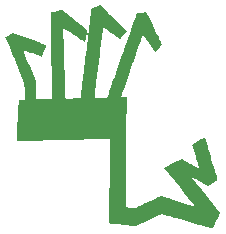
<source format=gbr>
%TF.GenerationSoftware,KiCad,Pcbnew,8.0.1*%
%TF.CreationDate,2025-01-13T07:12:32-05:00*%
%TF.ProjectId,glove-v3,676c6f76-652d-4763-932e-6b696361645f,rev?*%
%TF.SameCoordinates,Original*%
%TF.FileFunction,Paste,Bot*%
%TF.FilePolarity,Positive*%
%FSLAX46Y46*%
G04 Gerber Fmt 4.6, Leading zero omitted, Abs format (unit mm)*
G04 Created by KiCad (PCBNEW 8.0.1) date 2025-01-13 07:12:32*
%MOMM*%
%LPD*%
G01*
G04 APERTURE LIST*
%ADD10C,0.000000*%
G04 APERTURE END LIST*
D10*
%TO.C,G\u002A\u002A\u002A*%
G36*
X125768063Y-35869398D02*
G01*
X125794747Y-35892802D01*
X125849117Y-35944016D01*
X125928031Y-36019924D01*
X126028347Y-36117405D01*
X126146922Y-36233341D01*
X126280616Y-36364613D01*
X126426285Y-36508101D01*
X126580787Y-36660688D01*
X126740981Y-36819253D01*
X126903724Y-36980679D01*
X127065875Y-37141845D01*
X127224291Y-37299634D01*
X127375830Y-37450925D01*
X127517350Y-37592601D01*
X127645709Y-37721542D01*
X127757765Y-37834629D01*
X127850376Y-37928743D01*
X127920399Y-38000766D01*
X127964693Y-38047578D01*
X127980115Y-38066060D01*
X127974807Y-38076322D01*
X127945185Y-38115704D01*
X127894426Y-38177492D01*
X127828109Y-38255398D01*
X127751811Y-38343133D01*
X127671111Y-38434408D01*
X127591585Y-38522935D01*
X127518812Y-38602423D01*
X127458369Y-38666585D01*
X127415834Y-38709131D01*
X127396785Y-38723772D01*
X127395679Y-38723295D01*
X127368549Y-38705460D01*
X127310050Y-38664271D01*
X127224248Y-38602677D01*
X127115208Y-38523622D01*
X126986999Y-38430054D01*
X126843687Y-38324919D01*
X126689338Y-38211165D01*
X126663346Y-38191980D01*
X126511193Y-38080240D01*
X126371125Y-37978312D01*
X126247125Y-37889028D01*
X126143178Y-37815222D01*
X126063268Y-37759725D01*
X126011379Y-37725371D01*
X125991495Y-37714993D01*
X125990508Y-37718989D01*
X125984385Y-37758844D01*
X125973383Y-37838828D01*
X125957890Y-37955806D01*
X125938293Y-38106643D01*
X125914981Y-38288203D01*
X125888343Y-38497350D01*
X125858766Y-38730950D01*
X125826638Y-38985867D01*
X125792349Y-39258966D01*
X125756286Y-39547111D01*
X125718837Y-39847167D01*
X125680390Y-40155999D01*
X125641335Y-40470471D01*
X125602058Y-40787448D01*
X125562949Y-41103795D01*
X125524396Y-41416376D01*
X125486786Y-41722055D01*
X125450508Y-42017699D01*
X125415951Y-42300171D01*
X125383502Y-42566336D01*
X125353549Y-42813058D01*
X125326482Y-43037202D01*
X125302688Y-43235634D01*
X125282555Y-43405216D01*
X125266471Y-43542815D01*
X125254826Y-43645295D01*
X125248007Y-43709520D01*
X125246402Y-43732356D01*
X125266800Y-43733412D01*
X125325016Y-43732892D01*
X125413500Y-43730926D01*
X125524740Y-43727787D01*
X125651222Y-43723747D01*
X125785434Y-43719076D01*
X125919864Y-43714049D01*
X126046998Y-43708935D01*
X126159325Y-43704007D01*
X126249331Y-43699537D01*
X126309504Y-43695797D01*
X126332332Y-43693058D01*
X126332399Y-43692913D01*
X126341124Y-43668632D01*
X126363842Y-43604335D01*
X126399785Y-43502212D01*
X126448186Y-43364454D01*
X126508278Y-43193249D01*
X126579292Y-42990788D01*
X126660461Y-42759261D01*
X126751018Y-42500859D01*
X126850195Y-42217770D01*
X126957225Y-41912186D01*
X127071340Y-41586296D01*
X127191773Y-41242290D01*
X127317756Y-40882358D01*
X127448522Y-40508690D01*
X127583303Y-40123477D01*
X127592534Y-40097090D01*
X127727133Y-39712483D01*
X127857731Y-39339521D01*
X127983557Y-38980398D01*
X128103837Y-38637307D01*
X128217802Y-38312444D01*
X128324679Y-38008002D01*
X128423697Y-37726176D01*
X128514083Y-37469160D01*
X128595067Y-37239148D01*
X128665877Y-37038335D01*
X128725741Y-36868915D01*
X128773887Y-36733082D01*
X128809544Y-36633030D01*
X128831940Y-36570953D01*
X128840303Y-36549047D01*
X128842029Y-36548142D01*
X128874903Y-36541976D01*
X128941791Y-36533612D01*
X129033955Y-36523809D01*
X129142655Y-36513324D01*
X129259152Y-36502916D01*
X129374708Y-36493344D01*
X129480583Y-36485364D01*
X129568037Y-36479736D01*
X129628333Y-36477217D01*
X129652731Y-36478566D01*
X129660718Y-36491963D01*
X129687028Y-36542045D01*
X129729309Y-36625129D01*
X129785570Y-36737147D01*
X129853815Y-36874032D01*
X129932051Y-37031716D01*
X130018284Y-37206132D01*
X130110521Y-37393212D01*
X130206767Y-37588888D01*
X130305029Y-37789093D01*
X130403313Y-37989760D01*
X130499626Y-38186819D01*
X130591973Y-38376205D01*
X130678360Y-38553849D01*
X130756795Y-38715683D01*
X130825282Y-38857641D01*
X130881829Y-38975654D01*
X130924441Y-39065655D01*
X130951125Y-39123576D01*
X130959888Y-39145350D01*
X130959862Y-39145417D01*
X130943409Y-39167493D01*
X130902136Y-39217641D01*
X130840767Y-39290268D01*
X130764030Y-39379780D01*
X130676652Y-39480581D01*
X130399904Y-39798201D01*
X129880411Y-39068134D01*
X129840300Y-39011873D01*
X129729025Y-38856965D01*
X129626601Y-38716067D01*
X129535859Y-38592961D01*
X129459626Y-38491428D01*
X129400732Y-38415250D01*
X129362005Y-38368209D01*
X129346275Y-38354087D01*
X129345602Y-38355456D01*
X129333913Y-38386642D01*
X129308881Y-38456443D01*
X129271586Y-38561747D01*
X129223110Y-38699439D01*
X129164534Y-38866406D01*
X129096939Y-39059535D01*
X129021407Y-39275711D01*
X128939019Y-39511821D01*
X128850857Y-39764752D01*
X128758001Y-40031389D01*
X128661533Y-40308619D01*
X128562535Y-40593329D01*
X128462086Y-40882404D01*
X128361270Y-41172732D01*
X128261167Y-41461198D01*
X128162858Y-41744688D01*
X128067425Y-42020090D01*
X127975949Y-42284289D01*
X127889511Y-42534172D01*
X127809193Y-42766625D01*
X127736075Y-42978534D01*
X127671240Y-43166787D01*
X127615768Y-43328268D01*
X127570742Y-43459866D01*
X127537241Y-43558464D01*
X127516347Y-43620952D01*
X127509143Y-43644213D01*
X127522103Y-43647490D01*
X127571638Y-43651010D01*
X127649605Y-43653408D01*
X127746774Y-43654295D01*
X127984406Y-43654295D01*
X127970817Y-44321830D01*
X127970507Y-44338030D01*
X127969017Y-44441494D01*
X127967515Y-44586468D01*
X127966012Y-44770171D01*
X127964518Y-44989820D01*
X127963045Y-45242635D01*
X127961605Y-45525833D01*
X127960209Y-45836633D01*
X127958867Y-46172252D01*
X127957591Y-46529911D01*
X127956393Y-46906826D01*
X127955284Y-47300216D01*
X127954274Y-47707299D01*
X127953376Y-48125294D01*
X127952600Y-48551419D01*
X127951957Y-48982892D01*
X127946687Y-52976418D01*
X128227164Y-53014450D01*
X128341987Y-53029297D01*
X128448692Y-53041782D01*
X128534770Y-53050513D01*
X128588324Y-53054184D01*
X128614497Y-53050379D01*
X128662557Y-53035813D01*
X128733237Y-53009304D01*
X128829068Y-52969749D01*
X128952583Y-52916045D01*
X129106312Y-52847089D01*
X129292787Y-52761780D01*
X129514539Y-52659014D01*
X129774099Y-52537688D01*
X129955439Y-52452670D01*
X130167371Y-52353458D01*
X130344680Y-52270830D01*
X130490816Y-52203365D01*
X130609226Y-52149641D01*
X130703362Y-52108236D01*
X130776673Y-52077731D01*
X130832609Y-52056702D01*
X130874618Y-52043730D01*
X130906152Y-52037392D01*
X130930659Y-52036267D01*
X130951589Y-52038935D01*
X130972391Y-52043973D01*
X130978468Y-52045667D01*
X131026681Y-52060317D01*
X131112636Y-52087264D01*
X131232451Y-52125266D01*
X131382246Y-52173081D01*
X131558143Y-52229464D01*
X131756261Y-52293173D01*
X131972720Y-52362964D01*
X132203639Y-52437595D01*
X132445140Y-52515822D01*
X132527040Y-52542367D01*
X132761594Y-52618226D01*
X132982065Y-52689293D01*
X133184879Y-52754432D01*
X133366462Y-52812502D01*
X133523241Y-52862368D01*
X133651644Y-52902892D01*
X133748095Y-52932935D01*
X133809022Y-52951359D01*
X133830850Y-52957028D01*
X133829566Y-52954777D01*
X133807550Y-52925715D01*
X133759800Y-52865043D01*
X133688248Y-52775159D01*
X133594825Y-52658465D01*
X133481465Y-52517359D01*
X133350098Y-52354242D01*
X133202656Y-52171512D01*
X133041072Y-51971570D01*
X132867277Y-51756815D01*
X132683203Y-51529647D01*
X132490783Y-51292465D01*
X131144553Y-49634065D01*
X131883239Y-49269476D01*
X132621925Y-48904887D01*
X133375163Y-49288136D01*
X133398788Y-49300150D01*
X133566242Y-49384943D01*
X133719876Y-49462117D01*
X133855338Y-49529532D01*
X133968274Y-49585045D01*
X134054331Y-49626514D01*
X134109158Y-49651798D01*
X134128400Y-49658755D01*
X134122958Y-49639775D01*
X134104862Y-49581927D01*
X134075410Y-49489521D01*
X134035979Y-49366823D01*
X133987944Y-49218100D01*
X133932680Y-49047619D01*
X133871563Y-48859647D01*
X133805967Y-48658451D01*
X133483534Y-47670777D01*
X133553538Y-47628799D01*
X133571428Y-47618151D01*
X133649130Y-47572944D01*
X133748353Y-47516335D01*
X133863036Y-47451670D01*
X133987118Y-47382294D01*
X134114539Y-47311552D01*
X134239238Y-47242789D01*
X134355156Y-47179351D01*
X134456230Y-47124584D01*
X134536401Y-47081832D01*
X134589609Y-47054441D01*
X134609793Y-47045756D01*
X134610896Y-47048440D01*
X134622244Y-47083869D01*
X134644684Y-47157288D01*
X134677082Y-47264845D01*
X134718303Y-47402687D01*
X134767215Y-47566963D01*
X134822683Y-47753818D01*
X134883573Y-47959402D01*
X134948752Y-48179861D01*
X135017086Y-48411342D01*
X135087441Y-48649994D01*
X135158683Y-48891964D01*
X135229678Y-49133398D01*
X135299293Y-49370445D01*
X135366394Y-49599252D01*
X135429847Y-49815966D01*
X135488518Y-50016736D01*
X135541274Y-50197707D01*
X135586980Y-50355029D01*
X135624503Y-50484847D01*
X135652708Y-50583310D01*
X135670463Y-50646566D01*
X135676634Y-50670761D01*
X135675298Y-50673349D01*
X135647771Y-50696517D01*
X135588978Y-50738019D01*
X135504600Y-50794060D01*
X135400317Y-50860846D01*
X135281809Y-50934579D01*
X134886985Y-51176919D01*
X134804998Y-51131702D01*
X134791132Y-51124086D01*
X134734997Y-51093392D01*
X134647527Y-51045657D01*
X134534244Y-50983894D01*
X134400671Y-50911110D01*
X134252330Y-50830318D01*
X134094743Y-50744527D01*
X134010353Y-50698589D01*
X133862739Y-50618210D01*
X133730334Y-50546078D01*
X133617981Y-50484835D01*
X133530520Y-50437120D01*
X133472794Y-50405572D01*
X133449646Y-50392832D01*
X133446857Y-50391356D01*
X133432817Y-50393037D01*
X133443832Y-50407925D01*
X133481188Y-50455355D01*
X133543031Y-50532864D01*
X133627338Y-50637945D01*
X133732089Y-50768092D01*
X133855261Y-50920799D01*
X133994832Y-51093560D01*
X134148782Y-51283868D01*
X134315088Y-51489217D01*
X134491729Y-51707101D01*
X134676682Y-51935014D01*
X135920547Y-53467049D01*
X135674123Y-53940221D01*
X135642490Y-54001003D01*
X135566324Y-54147652D01*
X135493026Y-54289169D01*
X135427072Y-54416891D01*
X135372936Y-54522157D01*
X135335096Y-54596305D01*
X135313085Y-54638278D01*
X135271826Y-54708968D01*
X135238351Y-54756140D01*
X135218353Y-54771263D01*
X135188058Y-54761965D01*
X135116854Y-54740934D01*
X135010400Y-54709898D01*
X134872257Y-54669875D01*
X134705990Y-54621882D01*
X134515160Y-54566937D01*
X134303331Y-54506058D01*
X134074066Y-54440263D01*
X133830927Y-54370570D01*
X133577478Y-54297996D01*
X133317281Y-54223560D01*
X133053899Y-54148279D01*
X132790896Y-54073171D01*
X132531833Y-53999255D01*
X132280274Y-53927547D01*
X132039782Y-53859066D01*
X131813919Y-53794830D01*
X131606250Y-53735856D01*
X131420335Y-53683163D01*
X131259739Y-53637767D01*
X131128024Y-53600688D01*
X131028753Y-53572942D01*
X130965489Y-53555549D01*
X130941795Y-53549525D01*
X130935740Y-53551212D01*
X130894208Y-53567909D01*
X130817524Y-53601053D01*
X130709567Y-53648897D01*
X130574219Y-53709692D01*
X130415362Y-53781690D01*
X130236877Y-53863141D01*
X130042645Y-53952298D01*
X129836548Y-54047413D01*
X128760526Y-54545301D01*
X127638085Y-54451930D01*
X127588326Y-54447780D01*
X127371231Y-54429432D01*
X127168879Y-54411940D01*
X126985552Y-54395701D01*
X126825535Y-54381112D01*
X126693112Y-54368566D01*
X126592566Y-54358462D01*
X126528182Y-54351194D01*
X126504243Y-54347158D01*
X126503528Y-54337473D01*
X126502790Y-54287010D01*
X126502519Y-54195581D01*
X126502697Y-54065582D01*
X126503308Y-53899408D01*
X126504334Y-53699452D01*
X126505759Y-53468110D01*
X126507566Y-53207776D01*
X126509737Y-52920845D01*
X126512257Y-52609711D01*
X126515108Y-52276769D01*
X126518273Y-51924414D01*
X126521735Y-51555039D01*
X126525477Y-51171040D01*
X126529483Y-50774812D01*
X126532044Y-50523019D01*
X126535880Y-50134234D01*
X126539437Y-49759189D01*
X126542700Y-49400278D01*
X126545651Y-49059897D01*
X126548273Y-48740441D01*
X126550551Y-48444303D01*
X126552467Y-48173880D01*
X126554004Y-47931567D01*
X126555146Y-47719757D01*
X126555877Y-47540846D01*
X126556179Y-47397229D01*
X126556036Y-47291302D01*
X126555431Y-47225457D01*
X126554348Y-47202092D01*
X126541052Y-47201694D01*
X126486116Y-47202098D01*
X126391200Y-47203506D01*
X126259086Y-47205851D01*
X126092556Y-47209067D01*
X125894393Y-47213090D01*
X125667377Y-47217853D01*
X125414292Y-47223291D01*
X125137918Y-47229339D01*
X124841039Y-47235930D01*
X124526437Y-47243000D01*
X124196893Y-47250483D01*
X123855189Y-47258313D01*
X123504108Y-47266425D01*
X123146431Y-47274753D01*
X122784941Y-47283232D01*
X122422420Y-47291796D01*
X122061650Y-47300380D01*
X121705412Y-47308917D01*
X121356490Y-47317343D01*
X121017664Y-47325592D01*
X120691717Y-47333598D01*
X120381432Y-47341297D01*
X120089589Y-47348621D01*
X119818972Y-47355506D01*
X119572362Y-47361887D01*
X119352541Y-47367697D01*
X119162292Y-47372871D01*
X119004396Y-47377344D01*
X118881636Y-47381050D01*
X118796793Y-47383923D01*
X118752650Y-47385899D01*
X118668506Y-47391435D01*
X118668672Y-47166460D01*
X118668859Y-47149322D01*
X118671163Y-47072968D01*
X118675909Y-46957841D01*
X118682869Y-46808368D01*
X118691812Y-46628975D01*
X118702511Y-46424089D01*
X118714734Y-46198134D01*
X118728252Y-45955539D01*
X118742837Y-45700728D01*
X118758259Y-45438129D01*
X118766073Y-45306709D01*
X118780876Y-45057514D01*
X118794760Y-44823459D01*
X118807507Y-44608252D01*
X118818897Y-44415599D01*
X118828712Y-44249207D01*
X118836733Y-44112784D01*
X118842742Y-44010036D01*
X118846519Y-43944671D01*
X118847846Y-43920396D01*
X118863735Y-43914321D01*
X118916229Y-43906057D01*
X118996699Y-43897517D01*
X119096123Y-43889811D01*
X119344234Y-43873603D01*
X119329236Y-43152509D01*
X119314238Y-42431415D01*
X118508701Y-40515073D01*
X118487132Y-40463754D01*
X118371320Y-40187971D01*
X118260920Y-39924685D01*
X118157133Y-39676784D01*
X118061160Y-39447152D01*
X117974201Y-39238675D01*
X117897459Y-39054240D01*
X117832133Y-38896732D01*
X117779426Y-38769036D01*
X117740538Y-38674040D01*
X117716670Y-38614627D01*
X117709024Y-38593686D01*
X117720934Y-38586083D01*
X117765704Y-38558473D01*
X117837606Y-38514487D01*
X117930218Y-38458055D01*
X118037117Y-38393102D01*
X118359350Y-38197562D01*
X119752943Y-38724907D01*
X119863281Y-38766720D01*
X120095916Y-38855279D01*
X120314354Y-38938974D01*
X120515118Y-39016441D01*
X120694731Y-39086317D01*
X120849715Y-39147239D01*
X120976594Y-39197843D01*
X121071890Y-39236767D01*
X121132126Y-39262646D01*
X121153825Y-39274119D01*
X121153215Y-39280966D01*
X121140825Y-39323681D01*
X121114995Y-39398970D01*
X121078000Y-39500529D01*
X121032113Y-39622056D01*
X120979606Y-39757244D01*
X120798098Y-40218502D01*
X120009946Y-39950029D01*
X119997801Y-39945894D01*
X119819622Y-39885534D01*
X119655189Y-39830400D01*
X119509286Y-39782053D01*
X119386693Y-39742055D01*
X119292192Y-39711965D01*
X119230566Y-39693346D01*
X119206595Y-39687758D01*
X119206528Y-39689617D01*
X119217257Y-39721450D01*
X119244081Y-39789986D01*
X119285542Y-39891756D01*
X119340185Y-40023292D01*
X119406553Y-40181125D01*
X119483189Y-40361788D01*
X119568636Y-40561810D01*
X119661440Y-40777724D01*
X119760143Y-41006062D01*
X120328889Y-42318164D01*
X120293004Y-43077474D01*
X120286707Y-43214234D01*
X120279400Y-43383604D01*
X120273453Y-43534367D01*
X120269045Y-43661280D01*
X120266353Y-43759101D01*
X120265556Y-43822587D01*
X120266832Y-43846496D01*
X120277703Y-43847668D01*
X120327220Y-43848072D01*
X120410711Y-43846997D01*
X120521614Y-43844658D01*
X120653363Y-43841271D01*
X120799396Y-43837054D01*
X120953149Y-43832223D01*
X121108057Y-43826995D01*
X121257557Y-43821586D01*
X121395085Y-43816212D01*
X121514077Y-43811090D01*
X121607970Y-43806438D01*
X121670200Y-43802470D01*
X121694202Y-43799404D01*
X121694285Y-43799274D01*
X121695030Y-43773996D01*
X121693927Y-43709124D01*
X121691144Y-43609660D01*
X121686846Y-43480604D01*
X121681200Y-43326959D01*
X121674372Y-43153727D01*
X121666527Y-42965908D01*
X121662473Y-42865113D01*
X121656559Y-42699548D01*
X121650223Y-42503435D01*
X121643526Y-42279791D01*
X121636530Y-42031631D01*
X121629297Y-41761972D01*
X121621890Y-41473830D01*
X121614370Y-41170223D01*
X121606800Y-40854166D01*
X121599242Y-40528675D01*
X121591758Y-40196767D01*
X121584410Y-39861459D01*
X121577260Y-39525767D01*
X121570371Y-39192707D01*
X121563805Y-38865296D01*
X121557623Y-38546550D01*
X121551889Y-38239486D01*
X121546663Y-37947120D01*
X121542009Y-37672468D01*
X121537988Y-37418546D01*
X121534662Y-37188372D01*
X121532094Y-36984962D01*
X121530346Y-36811332D01*
X121529480Y-36670498D01*
X121529558Y-36565477D01*
X121530642Y-36499285D01*
X121532795Y-36474939D01*
X121537503Y-36472720D01*
X121578349Y-36462435D01*
X121654454Y-36447288D01*
X121759043Y-36428513D01*
X121885342Y-36407342D01*
X122026576Y-36385011D01*
X122501342Y-36312063D01*
X123563590Y-37125980D01*
X123746588Y-37266225D01*
X123928225Y-37405486D01*
X124096373Y-37534465D01*
X124247869Y-37650733D01*
X124379551Y-37751860D01*
X124488255Y-37835419D01*
X124570819Y-37898979D01*
X124624080Y-37940112D01*
X124644875Y-37956388D01*
X124646512Y-37964570D01*
X124642715Y-38010317D01*
X124630638Y-38090091D01*
X124611395Y-38197467D01*
X124586100Y-38326023D01*
X124555868Y-38469334D01*
X124526937Y-38600310D01*
X124494388Y-38740514D01*
X124468252Y-38842593D01*
X124447556Y-38909996D01*
X124431322Y-38946170D01*
X124418576Y-38954564D01*
X124396310Y-38941656D01*
X124339777Y-38906588D01*
X124253063Y-38851887D01*
X124140001Y-38779997D01*
X124004423Y-38693363D01*
X123850164Y-38594430D01*
X123681056Y-38485640D01*
X123500933Y-38369440D01*
X123326109Y-38256765D01*
X123158351Y-38149167D01*
X123005961Y-38051954D01*
X122872650Y-37967469D01*
X122762129Y-37898053D01*
X122678112Y-37846049D01*
X122624308Y-37813800D01*
X122604430Y-37803648D01*
X122604280Y-37805526D01*
X122604694Y-37839906D01*
X122606540Y-37915096D01*
X122609711Y-38027925D01*
X122614099Y-38175219D01*
X122619598Y-38353810D01*
X122626101Y-38560524D01*
X122633501Y-38792190D01*
X122641691Y-39045638D01*
X122650564Y-39317695D01*
X122660014Y-39605191D01*
X122669933Y-39904953D01*
X122680214Y-40213811D01*
X122690750Y-40528593D01*
X122701435Y-40846127D01*
X122712162Y-41163243D01*
X122722824Y-41476768D01*
X122733313Y-41783532D01*
X122743523Y-42080363D01*
X122753347Y-42364089D01*
X122762678Y-42631540D01*
X122771409Y-42879544D01*
X122779433Y-43104928D01*
X122786644Y-43304523D01*
X122792934Y-43475156D01*
X122798196Y-43613657D01*
X122802324Y-43716853D01*
X122805210Y-43781573D01*
X122806748Y-43804647D01*
X122826201Y-43805772D01*
X122884084Y-43804297D01*
X122973487Y-43800412D01*
X123087486Y-43794552D01*
X123219162Y-43787154D01*
X123361592Y-43778651D01*
X123507855Y-43769478D01*
X123651030Y-43760071D01*
X123784194Y-43750864D01*
X123900426Y-43742293D01*
X123992805Y-43734792D01*
X124054410Y-43728796D01*
X124078317Y-43724741D01*
X124078377Y-43724650D01*
X124082622Y-43699536D01*
X124091826Y-43632259D01*
X124105706Y-43525132D01*
X124123981Y-43380473D01*
X124146370Y-43200598D01*
X124172590Y-42987821D01*
X124202360Y-42744460D01*
X124235397Y-42472831D01*
X124271421Y-42175248D01*
X124310150Y-41854029D01*
X124351302Y-41511488D01*
X124394595Y-41149943D01*
X124439747Y-40771708D01*
X124486477Y-40379101D01*
X124534504Y-39974436D01*
X124535477Y-39966220D01*
X124583554Y-39561057D01*
X124630358Y-39167576D01*
X124675605Y-38788126D01*
X124719010Y-38425056D01*
X124760289Y-38080715D01*
X124799157Y-37757452D01*
X124835330Y-37457615D01*
X124868524Y-37183554D01*
X124898453Y-36937618D01*
X124924833Y-36722156D01*
X124947381Y-36539516D01*
X124965811Y-36392047D01*
X124979839Y-36282100D01*
X124989180Y-36212022D01*
X124993550Y-36184162D01*
X124993806Y-36183329D01*
X125005485Y-36161441D01*
X125030120Y-36139843D01*
X125073644Y-36115671D01*
X125141991Y-36086057D01*
X125241095Y-36048138D01*
X125376889Y-35999047D01*
X125476250Y-35963930D01*
X125586352Y-35925767D01*
X125676232Y-35895457D01*
X125738562Y-35875464D01*
X125766014Y-35868253D01*
X125768063Y-35869398D01*
G37*
%TD*%
M02*

</source>
